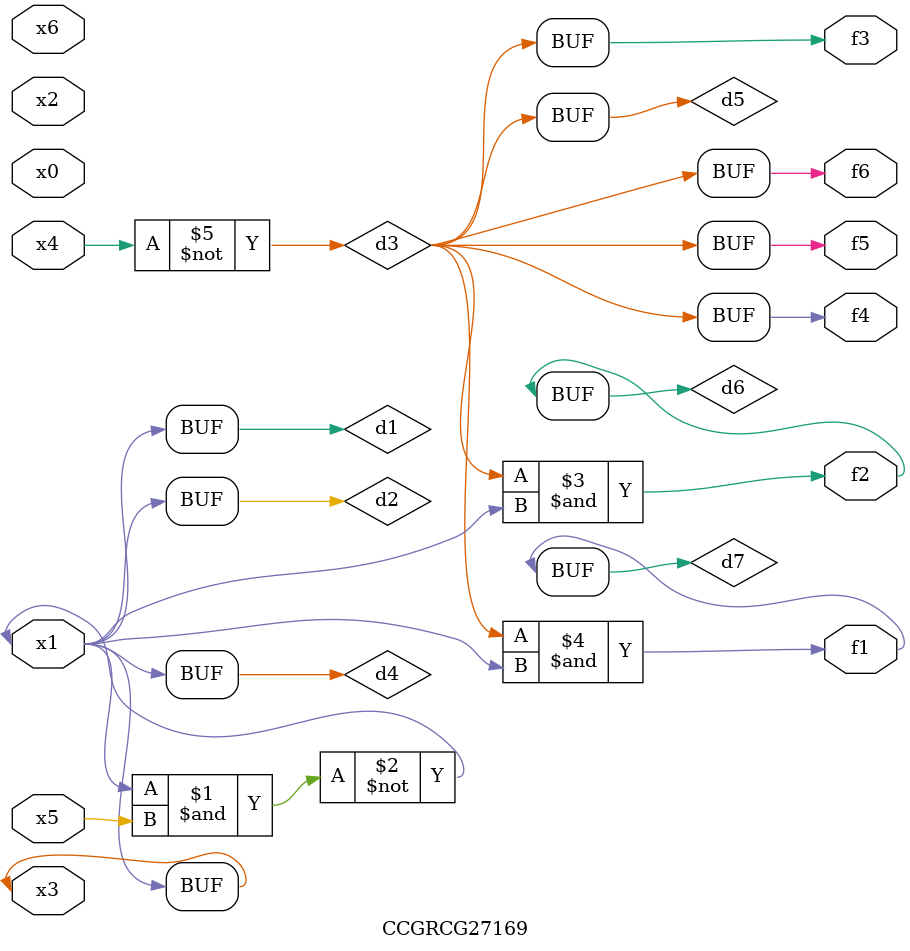
<source format=v>
module CCGRCG27169(
	input x0, x1, x2, x3, x4, x5, x6,
	output f1, f2, f3, f4, f5, f6
);

	wire d1, d2, d3, d4, d5, d6, d7;

	buf (d1, x1, x3);
	nand (d2, x1, x5);
	not (d3, x4);
	buf (d4, d1, d2);
	buf (d5, d3);
	and (d6, d3, d4);
	and (d7, d3, d4);
	assign f1 = d7;
	assign f2 = d6;
	assign f3 = d5;
	assign f4 = d5;
	assign f5 = d5;
	assign f6 = d5;
endmodule

</source>
